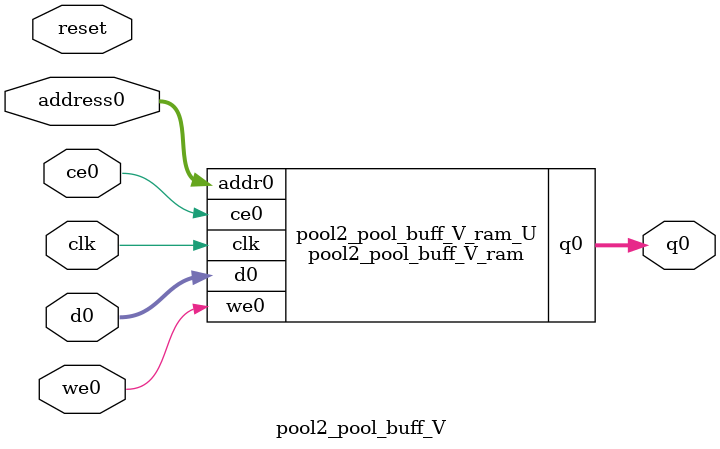
<source format=v>
`timescale 1 ns / 1 ps
module pool2_pool_buff_V_ram (addr0, ce0, d0, we0, q0,  clk);

parameter DWIDTH = 16;
parameter AWIDTH = 8;
parameter MEM_SIZE = 169;

input[AWIDTH-1:0] addr0;
input ce0;
input[DWIDTH-1:0] d0;
input we0;
output reg[DWIDTH-1:0] q0;
input clk;

(* ram_style = "block" *)reg [DWIDTH-1:0] ram[0:MEM_SIZE-1];




always @(posedge clk)  
begin 
    if (ce0) 
    begin
        if (we0) 
        begin 
            ram[addr0] <= d0; 
        end 
        q0 <= ram[addr0];
    end
end


endmodule

`timescale 1 ns / 1 ps
module pool2_pool_buff_V(
    reset,
    clk,
    address0,
    ce0,
    we0,
    d0,
    q0);

parameter DataWidth = 32'd16;
parameter AddressRange = 32'd169;
parameter AddressWidth = 32'd8;
input reset;
input clk;
input[AddressWidth - 1:0] address0;
input ce0;
input we0;
input[DataWidth - 1:0] d0;
output[DataWidth - 1:0] q0;



pool2_pool_buff_V_ram pool2_pool_buff_V_ram_U(
    .clk( clk ),
    .addr0( address0 ),
    .ce0( ce0 ),
    .we0( we0 ),
    .d0( d0 ),
    .q0( q0 ));

endmodule


</source>
